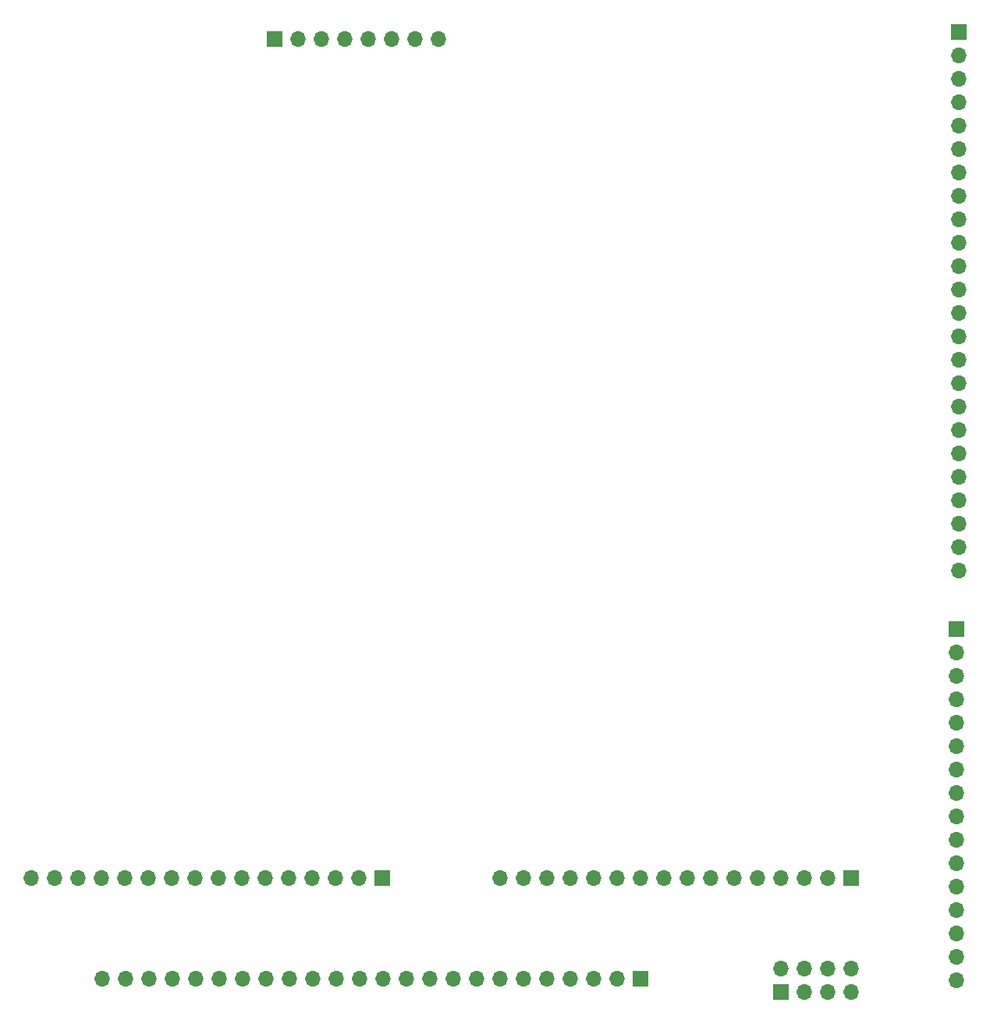
<source format=gbr>
%TF.GenerationSoftware,KiCad,Pcbnew,(6.0.0-0)*%
%TF.CreationDate,2022-02-02T01:00:53-05:00*%
%TF.ProjectId,Memory-Backplane,4d656d6f-7279-42d4-9261-636b706c616e,rev?*%
%TF.SameCoordinates,Original*%
%TF.FileFunction,Soldermask,Top*%
%TF.FilePolarity,Negative*%
%FSLAX46Y46*%
G04 Gerber Fmt 4.6, Leading zero omitted, Abs format (unit mm)*
G04 Created by KiCad (PCBNEW (6.0.0-0)) date 2022-02-02 01:00:53*
%MOMM*%
%LPD*%
G01*
G04 APERTURE LIST*
%ADD10R,1.700000X1.700000*%
%ADD11O,1.700000X1.700000*%
G04 APERTURE END LIST*
D10*
%TO.C,J4*%
X125152000Y-135098000D03*
D11*
X122612000Y-135098000D03*
X120072000Y-135098000D03*
X117532000Y-135098000D03*
X114992000Y-135098000D03*
X112452000Y-135098000D03*
X109912000Y-135098000D03*
X107372000Y-135098000D03*
X104832000Y-135098000D03*
X102292000Y-135098000D03*
X99752000Y-135098000D03*
X97212000Y-135098000D03*
X94672000Y-135098000D03*
X92132000Y-135098000D03*
X89592000Y-135098000D03*
X87052000Y-135098000D03*
%TD*%
D10*
%TO.C,J5*%
X176040000Y-135100000D03*
D11*
X173500000Y-135100000D03*
X170960000Y-135100000D03*
X168420000Y-135100000D03*
X165880000Y-135100000D03*
X163340000Y-135100000D03*
X160800000Y-135100000D03*
X158260000Y-135100000D03*
X155720000Y-135100000D03*
X153180000Y-135100000D03*
X150640000Y-135100000D03*
X148100000Y-135100000D03*
X145560000Y-135100000D03*
X143020000Y-135100000D03*
X140480000Y-135100000D03*
X137940000Y-135100000D03*
%TD*%
D10*
%TO.C,J7*%
X168390000Y-147422000D03*
D11*
X168390000Y-144882000D03*
X170930000Y-147422000D03*
X170930000Y-144882000D03*
X173470000Y-147422000D03*
X173470000Y-144882000D03*
X176010000Y-147422000D03*
X176010000Y-144882000D03*
%TD*%
D10*
%TO.C,J2*%
X113427000Y-44048000D03*
D11*
X115967000Y-44048000D03*
X118507000Y-44048000D03*
X121047000Y-44048000D03*
X123587000Y-44048000D03*
X126127000Y-44048000D03*
X128667000Y-44048000D03*
X131207000Y-44048000D03*
%TD*%
D10*
%TO.C,J6*%
X187694000Y-43282000D03*
D11*
X187694000Y-45822000D03*
X187694000Y-48362000D03*
X187694000Y-50902000D03*
X187694000Y-53442000D03*
X187694000Y-55982000D03*
X187694000Y-58522000D03*
X187694000Y-61062000D03*
X187694000Y-63602000D03*
X187694000Y-66142000D03*
X187694000Y-68682000D03*
X187694000Y-71222000D03*
X187694000Y-73762000D03*
X187694000Y-76302000D03*
X187694000Y-78842000D03*
X187694000Y-81382000D03*
X187694000Y-83922000D03*
X187694000Y-86462000D03*
X187694000Y-89002000D03*
X187694000Y-91542000D03*
X187694000Y-94082000D03*
X187694000Y-96622000D03*
X187694000Y-99162000D03*
X187694000Y-101702000D03*
%TD*%
D10*
%TO.C,J3*%
X153150000Y-145992000D03*
D11*
X150610000Y-145992000D03*
X148070000Y-145992000D03*
X145530000Y-145992000D03*
X142990000Y-145992000D03*
X140450000Y-145992000D03*
X137910000Y-145992000D03*
X135370000Y-145992000D03*
X132830000Y-145992000D03*
X130290000Y-145992000D03*
X127750000Y-145992000D03*
X125210000Y-145992000D03*
X122670000Y-145992000D03*
X120130000Y-145992000D03*
X117590000Y-145992000D03*
X115050000Y-145992000D03*
X112510000Y-145992000D03*
X109970000Y-145992000D03*
X107430000Y-145992000D03*
X104890000Y-145992000D03*
X102350000Y-145992000D03*
X99810000Y-145992000D03*
X97270000Y-145992000D03*
X94730000Y-145992000D03*
%TD*%
D10*
%TO.C,J1*%
X187440000Y-108052000D03*
D11*
X187440000Y-110592000D03*
X187440000Y-113132000D03*
X187440000Y-115672000D03*
X187440000Y-118212000D03*
X187440000Y-120752000D03*
X187440000Y-123292000D03*
X187440000Y-125832000D03*
X187440000Y-128372000D03*
X187440000Y-130912000D03*
X187440000Y-133452000D03*
X187440000Y-135992000D03*
X187440000Y-138532000D03*
X187440000Y-141072000D03*
X187440000Y-143612000D03*
X187440000Y-146152000D03*
%TD*%
M02*

</source>
